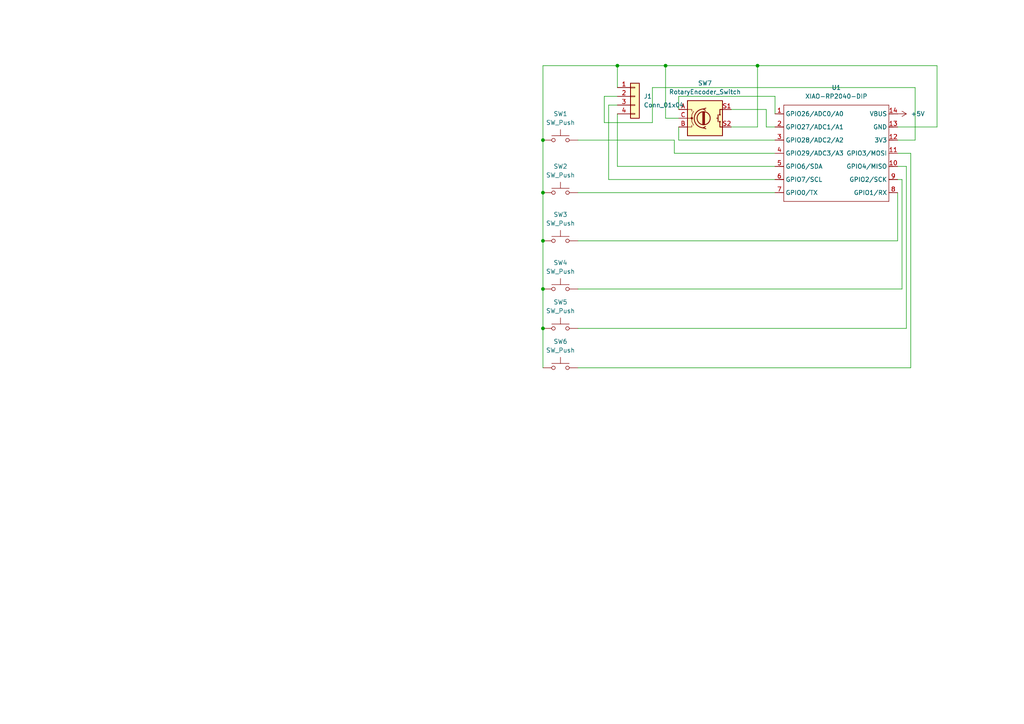
<source format=kicad_sch>
(kicad_sch (version 20250114) (generator "eeschema") (generator_version "9.0")
  (paper "A4")
  (lib_symbols
    (symbol "Connector_Generic:Conn_01x04" (pin_names (offset 1.016) (hide yes))
      (property "Reference" "J" (at 0 5.08 0))
      (property "Value" "Conn_01x04" (at 0 -7.62 0))
      (symbol "Conn_01x04_1_1"
        (rectangle (start -1.27 3.81) (end 1.27 -6.35) (stroke (width 0.254)) (fill (type background)))
        (rectangle (start -1.27 2.667) (end 0 2.413) (stroke (width 0.1524)))
        (rectangle (start -1.27 0.127) (end 0 -0.127) (stroke (width 0.1524)))
        (rectangle (start -1.27 -2.413) (end 0 -2.667) (stroke (width 0.1524)))
        (rectangle (start -1.27 -4.953) (end 0 -5.207) (stroke (width 0.1524)))
        (pin passive line (at -5.08 2.54 0) (length 3.81) (name "Pin_1") (number "1"))
        (pin passive line (at -5.08 0 0) (length 3.81) (name "Pin_2") (number "2"))
        (pin passive line (at -5.08 -2.54 0) (length 3.81) (name "Pin_3") (number "3"))
        (pin passive line (at -5.08 -5.08 0) (length 3.81) (name "Pin_4") (number "4"))
      )
    )
    (symbol "Device:RotaryEncoder_Switch" (pin_names (offset 0.254) (hide yes))
      (property "Reference" "SW" (at 0 6.604 0))
      (property "Value" "RotaryEncoder_Switch" (at 0 -6.604 0))
      (symbol "RotaryEncoder_Switch_0_1"
        (rectangle (start -5.08 5.08) (end 5.08 -5.08) (stroke (width 0.254)) (fill (type background)))
        (polyline (pts (xy -5.08 2.54) (xy -3.81 2.54) (xy -3.81 2.032)))
        (polyline (pts (xy -5.08 0) (xy -3.81 0) (xy -3.81 -1.016) (xy -3.302 -2.032)))
        (polyline (pts (xy -5.08 -2.54) (xy -3.81 -2.54) (xy -3.81 -2.032)))
        (polyline (pts (xy -4.318 0) (xy -3.81 0) (xy -3.81 1.016) (xy -3.302 2.032)))
        (circle (center -3.81 0) (radius 0.254) (fill (type outline)))
        (polyline (pts (xy -0.635 -1.778) (xy -0.635 1.778)) (stroke (width 0.254)))
        (circle (center -0.381 0) (radius 1.905) (stroke (width 0.254)))
        (polyline (pts (xy -0.381 -1.778) (xy -0.381 1.778)) (stroke (width 0.254)))
        (arc (start -0.381 -2.794) (mid -3.0988 -0.0635) (end -0.381 2.667) (stroke (width 0.254)))
        (polyline (pts (xy -0.127 1.778) (xy -0.127 -1.778)) (stroke (width 0.254)))
        (polyline (pts (xy 0.254 2.921) (xy -0.508 2.667) (xy 0.127 2.286)) (stroke (width 0.254)))
        (polyline (pts (xy 0.254 -3.048) (xy -0.508 -2.794) (xy 0.127 -2.413)) (stroke (width 0.254)))
        (polyline (pts (xy 3.81 1.016) (xy 3.81 -1.016)) (stroke (width 0.254)))
        (polyline (pts (xy 3.81 0) (xy 3.429 0)) (stroke (width 0.254)))
        (circle (center 4.318 1.016) (radius 0.127) (stroke (width 0.254)))
        (circle (center 4.318 -1.016) (radius 0.127) (stroke (width 0.254)))
        (polyline (pts (xy 5.08 2.54) (xy 4.318 2.54) (xy 4.318 1.016)) (stroke (width 0.254)))
        (polyline (pts (xy 5.08 -2.54) (xy 4.318 -2.54) (xy 4.318 -1.016)) (stroke (width 0.254)))
      )
      (symbol "RotaryEncoder_Switch_1_1"
        (pin passive line (at -7.62 2.54 0) (length 2.54) (name "A") (number "A"))
        (pin passive line (at -7.62 0 0) (length 2.54) (name "C") (number "C"))
        (pin passive line (at -7.62 -2.54 0) (length 2.54) (name "B") (number "B"))
        (pin passive line (at 7.62 2.54 180) (length 2.54) (name "S1") (number "S1"))
        (pin passive line (at 7.62 -2.54 180) (length 2.54) (name "S2") (number "S2"))
      )
    )
    (symbol "OPL:XIAO-RP2040-DIP"
      (property "Reference" "U" (at 0 0 0))
      (property "Value" "XIAO-RP2040-DIP" (at 5.334 -1.778 0))
      (symbol "XIAO-RP2040-DIP_1_0"
        (polyline (pts (xy -1.27 -2.54) (xy 29.21 -2.54)) (stroke (width 0.1524)))
        (polyline (pts (xy -1.27 -5.08) (xy -2.54 -5.08)) (stroke (width 0.1524)))
        (polyline (pts (xy -1.27 -5.08) (xy -1.27 -2.54)) (stroke (width 0.1524)))
        (polyline (pts (xy -1.27 -8.89) (xy -2.54 -8.89)) (stroke (width 0.1524)))
        (polyline (pts (xy -1.27 -8.89) (xy -1.27 -5.08)) (stroke (width 0.1524)))
        (polyline (pts (xy -1.27 -12.7) (xy -2.54 -12.7)) (stroke (width 0.1524)))
        (polyline (pts (xy -1.27 -12.7) (xy -1.27 -8.89)) (stroke (width 0.1524)))
        (polyline (pts (xy -1.27 -16.51) (xy -2.54 -16.51)) (stroke (width 0.1524)))
        (polyline (pts (xy -1.27 -16.51) (xy -1.27 -12.7)) (stroke (width 0.1524)))
        (polyline (pts (xy -1.27 -20.32) (xy -2.54 -20.32)) (stroke (width 0.1524)))
        (polyline (pts (xy -1.27 -24.13) (xy -2.54 -24.13)) (stroke (width 0.1524)))
        (polyline (pts (xy -1.27 -27.94) (xy -2.54 -27.94)) (stroke (width 0.1524)))
        (polyline (pts (xy -1.27 -30.48) (xy -1.27 -16.51)) (stroke (width 0.1524)))
        (polyline (pts (xy 29.21 -2.54) (xy 29.21 -5.08)) (stroke (width 0.1524)))
        (polyline (pts (xy 29.21 -5.08) (xy 29.21 -8.89)) (stroke (width 0.1524)))
        (polyline (pts (xy 29.21 -8.89) (xy 29.21 -12.7)) (stroke (width 0.1524)))
        (polyline (pts (xy 29.21 -12.7) (xy 29.21 -30.48)) (stroke (width 0.1524)))
        (polyline (pts (xy 29.21 -30.48) (xy -1.27 -30.48)) (stroke (width 0.1524)))
        (polyline (pts (xy 30.48 -5.08) (xy 29.21 -5.08)) (stroke (width 0.1524)))
        (polyline (pts (xy 30.48 -8.89) (xy 29.21 -8.89)) (stroke (width 0.1524)))
        (polyline (pts (xy 30.48 -12.7) (xy 29.21 -12.7)) (stroke (width 0.1524)))
        (polyline (pts (xy 30.48 -16.51) (xy 29.21 -16.51)) (stroke (width 0.1524)))
        (polyline (pts (xy 30.48 -20.32) (xy 29.21 -20.32)) (stroke (width 0.1524)))
        (polyline (pts (xy 30.48 -24.13) (xy 29.21 -24.13)) (stroke (width 0.1524)))
        (polyline (pts (xy 30.48 -27.94) (xy 29.21 -27.94)) (stroke (width 0.1524)))
        (pin passive line (at -3.81 -5.08 0) (length 2.54) (name "GPIO26/ADC0/A0") (number "1"))
        (pin passive line (at -3.81 -8.89 0) (length 2.54) (name "GPIO27/ADC1/A1") (number "2"))
        (pin passive line (at -3.81 -12.7 0) (length 2.54) (name "GPIO28/ADC2/A2") (number "3"))
        (pin passive line (at -3.81 -16.51 0) (length 2.54) (name "GPIO29/ADC3/A3") (number "4"))
        (pin passive line (at -3.81 -20.32 0) (length 2.54) (name "GPIO6/SDA") (number "5"))
        (pin passive line (at -3.81 -24.13 0) (length 2.54) (name "GPIO7/SCL") (number "6"))
        (pin passive line (at -3.81 -27.94 0) (length 2.54) (name "GPIO0/TX") (number "7"))
        (pin passive line (at 31.75 -5.08 180) (length 2.54) (name "VBUS") (number "14"))
        (pin passive line (at 31.75 -8.89 180) (length 2.54) (name "GND") (number "13"))
        (pin passive line (at 31.75 -12.7 180) (length 2.54) (name "3V3") (number "12"))
        (pin passive line (at 31.75 -16.51 180) (length 2.54) (name "GPIO3/MOSI") (number "11"))
        (pin passive line (at 31.75 -20.32 180) (length 2.54) (name "GPIO4/MISO") (number "10"))
        (pin passive line (at 31.75 -24.13 180) (length 2.54) (name "GPIO2/SCK") (number "9"))
        (pin passive line (at 31.75 -27.94 180) (length 2.54) (name "GPIO1/RX") (number "8"))
      )
    )
    (symbol "Switch:SW_Push" (pin_numbers (hide yes)) (pin_names (offset 1.016) (hide yes))
      (property "Reference" "SW" (at 1.27 2.54 0))
      (property "Value" "SW_Push" (at 0 -1.524 0))
      (symbol "SW_Push_0_1"
        (circle (center -2.032 0) (radius 0.508))
        (polyline (pts (xy 0 1.27) (xy 0 3.048)))
        (circle (center 2.032 0) (radius 0.508))
        (polyline (pts (xy 2.54 1.27) (xy -2.54 1.27)))
        (pin passive line (at -5.08 0 0) (length 2.54) (name "1") (number "1"))
        (pin passive line (at 5.08 0 180) (length 2.54) (name "2") (number "2"))
      )
    )
    (symbol "power:+5V" (power) (pin_numbers (hide yes)) (pin_names (offset 0) (hide yes))
      (property "Value" "+5V" (at 0 3.556 0))
      (symbol "+5V_0_1"
        (polyline (pts (xy -0.762 1.27) (xy 0 2.54)))
        (polyline (pts (xy 0 2.54) (xy 0.762 1.27)))
        (polyline (pts (xy 0 0) (xy 0 2.54)))
      )
      (symbol "+5V_1_1"
        (pin power_in line (at 0 0 90) (length 0) (name "~") (number "1"))
      )
    )
  )
  (junction (at 179.07 19.05))
  (junction (at 157.48 55.88))
  (junction (at 193.04 19.05))
  (junction (at 157.48 69.85))
  (junction (at 157.48 40.64))
  (junction (at 157.48 83.82))
  (junction (at 157.48 95.25))
  (junction (at 219.71 19.05))
  (wire (pts (xy 212.09 31.75) (xy 222.25 31.75)))
  (wire (pts (xy 260.35 48.26) (xy 262.89 48.26)))
  (wire (pts (xy 264.16 44.45) (xy 264.16 106.68)))
  (wire (pts (xy 179.07 25.4) (xy 179.07 19.05)))
  (wire (pts (xy 261.62 52.07) (xy 261.62 83.82)))
  (wire (pts (xy 222.25 36.83) (xy 224.79 36.83)))
  (wire (pts (xy 265.43 40.64) (xy 265.43 25.4)))
  (wire (pts (xy 179.07 48.26) (xy 179.07 33.02)))
  (wire (pts (xy 195.58 40.64) (xy 195.58 44.45)))
  (wire (pts (xy 219.71 19.05) (xy 271.78 19.05)))
  (wire (pts (xy 193.04 19.05) (xy 193.04 34.29)))
  (wire (pts (xy 167.64 40.64) (xy 195.58 40.64)))
  (wire (pts (xy 260.35 55.88) (xy 260.35 69.85)))
  (wire (pts (xy 271.78 36.83) (xy 271.78 19.05)))
  (wire (pts (xy 262.89 95.25) (xy 167.64 95.25)))
  (wire (pts (xy 189.23 35.56) (xy 175.26 35.56)))
  (wire (pts (xy 157.48 69.85) (xy 157.48 83.82)))
  (wire (pts (xy 157.48 19.05) (xy 179.07 19.05)))
  (wire (pts (xy 157.48 19.05) (xy 157.48 40.64)))
  (wire (pts (xy 196.85 27.94) (xy 224.79 27.94)))
  (wire (pts (xy 261.62 52.07) (xy 260.35 52.07)))
  (wire (pts (xy 224.79 27.94) (xy 224.79 33.02)))
  (wire (pts (xy 179.07 19.05) (xy 193.04 19.05)))
  (wire (pts (xy 224.79 48.26) (xy 179.07 48.26)))
  (wire (pts (xy 212.09 36.83) (xy 219.71 36.83)))
  (wire (pts (xy 157.48 83.82) (xy 157.48 95.25)))
  (wire (pts (xy 260.35 36.83) (xy 271.78 36.83)))
  (wire (pts (xy 224.79 52.07) (xy 176.53 52.07)))
  (wire (pts (xy 189.23 25.4) (xy 265.43 25.4)))
  (wire (pts (xy 262.89 48.26) (xy 262.89 95.25)))
  (wire (pts (xy 222.25 31.75) (xy 222.25 36.83)))
  (wire (pts (xy 193.04 34.29) (xy 196.85 34.29)))
  (wire (pts (xy 167.64 106.68) (xy 264.16 106.68)))
  (wire (pts (xy 167.64 69.85) (xy 260.35 69.85)))
  (wire (pts (xy 157.48 95.25) (xy 157.48 106.68)))
  (wire (pts (xy 189.23 25.4) (xy 189.23 35.56)))
  (wire (pts (xy 175.26 35.56) (xy 175.26 27.94)))
  (wire (pts (xy 157.48 55.88) (xy 157.48 69.85)))
  (wire (pts (xy 176.53 52.07) (xy 176.53 30.48)))
  (wire (pts (xy 195.58 44.45) (xy 224.79 44.45)))
  (wire (pts (xy 175.26 27.94) (xy 179.07 27.94)))
  (wire (pts (xy 196.85 40.64) (xy 224.79 40.64)))
  (wire (pts (xy 196.85 31.75) (xy 196.85 27.94)))
  (wire (pts (xy 260.35 40.64) (xy 265.43 40.64)))
  (wire (pts (xy 176.53 30.48) (xy 179.07 30.48)))
  (wire (pts (xy 157.48 40.64) (xy 157.48 55.88)))
  (wire (pts (xy 264.16 44.45) (xy 260.35 44.45)))
  (wire (pts (xy 196.85 36.83) (xy 196.85 40.64)))
  (wire (pts (xy 219.71 36.83) (xy 219.71 19.05)))
  (wire (pts (xy 193.04 19.05) (xy 219.71 19.05)))
  (wire (pts (xy 167.64 55.88) (xy 224.79 55.88)))
  (wire (pts (xy 167.64 83.82) (xy 261.62 83.82)))
  (symbol (lib_id "Switch:SW_Push") (at 162.56 40.64 0) (unit 1)
    (property "Reference" "SW1" (at 162.56 33.02 0))
    (property "Value" "SW_Push" (at 162.56 35.56 0))
    (property "Footprint" "Button_Switch_Keyboard:SW_Cherry_MX_1.00u_PCB" (effects (hide yes)))
    (property "Description" "Push button switch, generic, two pins" (effects (hide yes)))
  )
  (symbol (lib_id "Device:RotaryEncoder_Switch") (at 204.47 34.29 0) (unit 1)
    (property "Reference" "SW7" (at 204.47 24.13 0))
    (property "Value" "RotaryEncoder_Switch" (at 204.47 26.67 0))
    (property "Footprint" "Rotary_Encoder:RotaryEncoder_Alps_EC11E-Switch_Vertical_H20mm" (effects (hide yes)))
    (property "Description" "Rotary encoder, dual channel, incremental quadrate outputs, with switch" (effects (hide yes)))
  )
  (symbol (lib_id "Switch:SW_Push") (at 162.56 55.88 0) (unit 1)
    (property "Reference" "SW2" (at 162.56 48.26 0))
    (property "Value" "SW_Push" (at 162.56 50.8 0))
    (property "Footprint" "Button_Switch_Keyboard:SW_Cherry_MX_1.00u_PCB" (effects (hide yes)))
    (property "Description" "Push button switch, generic, two pins" (effects (hide yes)))
  )
  (symbol (lib_id "Connector_Generic:Conn_01x04") (at 184.15 27.94 0) (unit 1)
    (property "Reference" "J1" (at 186.69 27.9399 0) (effects (justify left)))
    (property "Value" "Conn_01x04" (at 186.69 30.4799 0) (effects (justify left)))
    (property "Footprint" "Connector_PinHeader_2.54mm:PinHeader_1x04_P2.54mm_Vertical" (effects (hide yes)))
    (property "Description" "Generic connector, single row, 01x04, script generated (kicad-library-utils/schlib/autogen/connector/)" (effects (hide yes)))
  )
  (symbol (lib_id "Switch:SW_Push") (at 162.56 95.25 0) (unit 1)
    (property "Reference" "SW5" (at 162.56 87.63 0))
    (property "Value" "SW_Push" (at 162.56 90.17 0))
    (property "Footprint" "Button_Switch_Keyboard:SW_Cherry_MX_1.00u_PCB" (effects (hide yes)))
    (property "Description" "Push button switch, generic, two pins" (effects (hide yes)))
  )
  (symbol (lib_id "Switch:SW_Push") (at 162.56 83.82 0) (unit 1)
    (property "Reference" "SW4" (at 162.56 76.2 0))
    (property "Value" "SW_Push" (at 162.56 78.74 0))
    (property "Footprint" "Button_Switch_Keyboard:SW_Cherry_MX_1.00u_PCB" (effects (hide yes)))
    (property "Description" "Push button switch, generic, two pins" (effects (hide yes)))
  )
  (symbol (lib_id "Switch:SW_Push") (at 162.56 106.68 0) (unit 1)
    (property "Reference" "SW6" (at 162.56 99.06 0))
    (property "Value" "SW_Push" (at 162.56 101.6 0))
    (property "Footprint" "Button_Switch_Keyboard:SW_Cherry_MX_1.00u_PCB" (effects (hide yes)))
    (property "Description" "Push button switch, generic, two pins" (effects (hide yes)))
  )
  (symbol (lib_id "OPL:XIAO-RP2040-DIP") (at 228.6 27.94 0) (unit 1)
    (property "Reference" "U1" (at 242.57 25.4 0))
    (property "Value" "XIAO-RP2040-DIP" (at 242.57 27.94 0))
    (property "Footprint" "OPL:XIAO-RP2040-DIP" (effects (hide yes)))
  )
  (symbol (lib_id "Switch:SW_Push") (at 162.56 69.85 0) (unit 1)
    (property "Reference" "SW3" (at 162.56 62.23 0))
    (property "Value" "SW_Push" (at 162.56 64.77 0))
    (property "Footprint" "Button_Switch_Keyboard:SW_Cherry_MX_1.00u_PCB" (effects (hide yes)))
    (property "Description" "Push button switch, generic, two pins" (effects (hide yes)))
  )
  (symbol (lib_id "power:+5V") (at 260.35 33.02 270) (unit 1)
    (property "Reference" "#PWR01" (effects (hide yes)))
    (property "Value" "+5V" (at 264.16 33.0199 90) (effects (justify left)))
    (property "Description" "Power symbol creates a global label with name \"+5V\"" (effects (hide yes)))
  )
)
</source>
